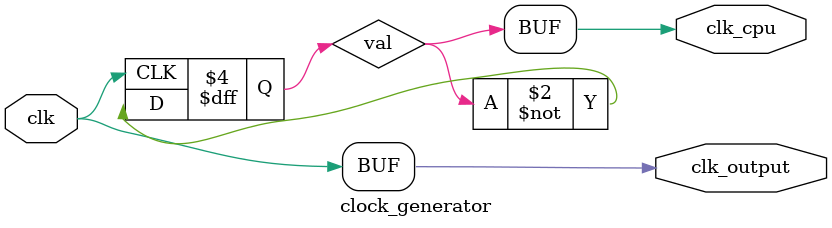
<source format=v>

`default_nettype none

module clock_generator (
    input  wire       clk,
    output  wire       clk_cpu,
    output  wire       clk_output
);
    reg val=0;
    assign clk_cpu = val;
    assign clk_output = clk;
    
    always @(posedge clk) begin
        val <= ~val;
    end
    

endmodule

</source>
